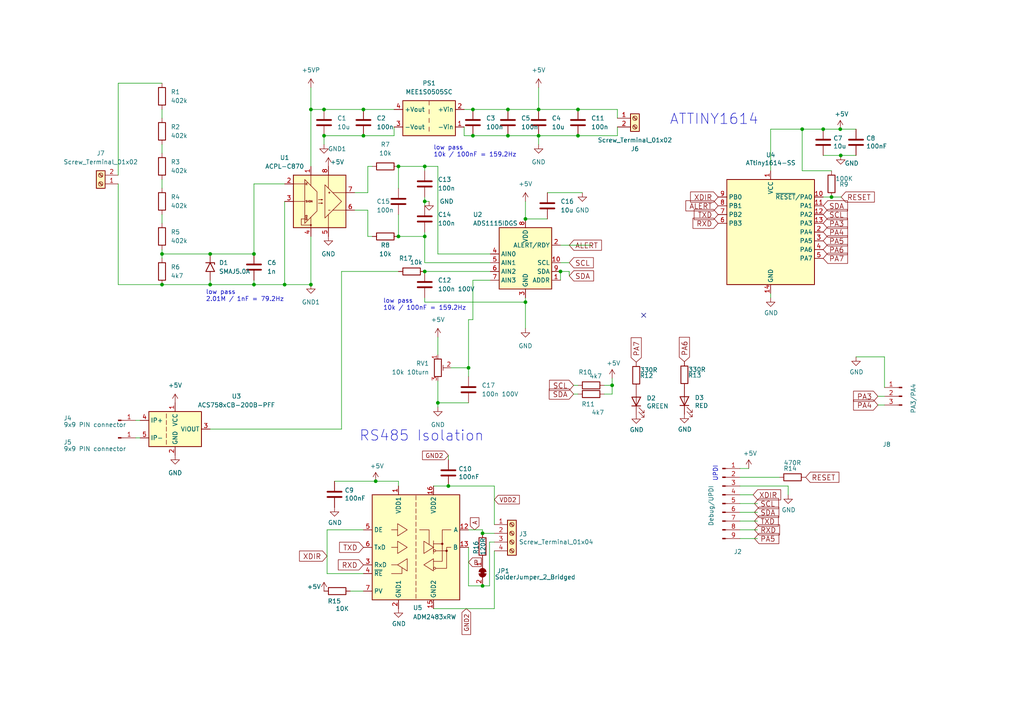
<source format=kicad_sch>
(kicad_sch (version 20230121) (generator eeschema)
  (paper "A4")
  (lib_symbols
    (symbol "Analog_ADC:ADS1115IDGS"
      (property "Reference" "U" (at 2.54 13.97 0))
      (property "Value" "ADS1115IDGS" (at 7.62 11.43 0))
      (symbol "ADS1115IDGS_1_1"
        (pin input line (at 10.16 -5.08 180) (length 2.54) (name "ADDR") (number "1"))
        (pin input line (at 10.16 0 180) (length 2.54) (name "SCL") (number "10"))
        (pin output line (at 10.16 5.08 180) (length 2.54) (name "ALERT/RDY") (number "2"))
        (pin power_in line (at 0 -10.16 90) (length 2.54) (name "GND") (number "3"))
        (pin input line (at -10.16 2.54 0) (length 2.54) (name "AIN0") (number "4"))
        (pin input line (at -10.16 0 0) (length 2.54) (name "AIN1") (number "5"))
        (pin input line (at -10.16 -2.54 0) (length 2.54) (name "AIN2") (number "6"))
        (pin input line (at -10.16 -5.08 0) (length 2.54) (name "AIN3") (number "7"))
        (pin power_in line (at 0 12.7 270) (length 2.54) (name "VDD") (number "8"))
        (pin bidirectional line (at 10.16 -2.54 180) (length 2.54) (name "SDA") (number "9"))
      )
    )
    (symbol "Connector:Conn_01x01_Pin" (pin_names (offset 1.016) hide)
      (property "Reference" "J" (at 0 2.54 0))
      (property "Value" "Conn_01x01_Pin" (at 0 -2.54 0))
      (symbol "Conn_01x01_Pin_1_1"
        (pin passive line (at 5.08 0 180) (length 3.81) (name "Pin_1") (number "1"))
      )
    )
    (symbol "Connector:Conn_01x03_Pin" (pin_names (offset 1.016) hide)
      (property "Reference" "J" (at 0 5.08 0))
      (property "Value" "Conn_01x03_Pin" (at 0 -5.08 0))
      (symbol "Conn_01x03_Pin_1_1"
        (pin passive line (at 5.08 2.54 180) (length 3.81) (name "Pin_1") (number "1"))
        (pin passive line (at 5.08 0 180) (length 3.81) (name "Pin_2") (number "2"))
        (pin passive line (at 5.08 -2.54 180) (length 3.81) (name "Pin_3") (number "3"))
      )
    )
    (symbol "Connector:Conn_01x09_Pin" (pin_names (offset 1.016) hide)
      (property "Reference" "J" (at 0 12.7 0))
      (property "Value" "Conn_01x09_Pin" (at 0 -12.7 0))
      (symbol "Conn_01x09_Pin_1_1"
        (pin passive line (at 5.08 10.16 180) (length 3.81) (name "Pin_1") (number "1"))
        (pin passive line (at 5.08 7.62 180) (length 3.81) (name "Pin_2") (number "2"))
        (pin passive line (at 5.08 5.08 180) (length 3.81) (name "Pin_3") (number "3"))
        (pin passive line (at 5.08 2.54 180) (length 3.81) (name "Pin_4") (number "4"))
        (pin passive line (at 5.08 0 180) (length 3.81) (name "Pin_5") (number "5"))
        (pin passive line (at 5.08 -2.54 180) (length 3.81) (name "Pin_6") (number "6"))
        (pin passive line (at 5.08 -5.08 180) (length 3.81) (name "Pin_7") (number "7"))
        (pin passive line (at 5.08 -7.62 180) (length 3.81) (name "Pin_8") (number "8"))
        (pin passive line (at 5.08 -10.16 180) (length 3.81) (name "Pin_9") (number "9"))
      )
    )
    (symbol "Connector:Screw_Terminal_01x02" (pin_names (offset 1.016) hide)
      (property "Reference" "J" (at 0 2.54 0))
      (property "Value" "Screw_Terminal_01x02" (at 0 -5.08 0))
      (symbol "Screw_Terminal_01x02_1_1"
        (pin passive line (at -5.08 0 0) (length 3.81) (name "Pin_1") (number "1"))
        (pin passive line (at -5.08 -2.54 0) (length 3.81) (name "Pin_2") (number "2"))
      )
    )
    (symbol "Connector:Screw_Terminal_01x04" (pin_names (offset 1.016) hide)
      (property "Reference" "J" (at 0 5.08 0))
      (property "Value" "Screw_Terminal_01x04" (at 0 -7.62 0))
      (symbol "Screw_Terminal_01x04_1_1"
        (pin passive line (at -5.08 2.54 0) (length 3.81) (name "Pin_1") (number "1"))
        (pin passive line (at -5.08 0 0) (length 3.81) (name "Pin_2") (number "2"))
        (pin passive line (at -5.08 -2.54 0) (length 3.81) (name "Pin_3") (number "3"))
        (pin passive line (at -5.08 -5.08 0) (length 3.81) (name "Pin_4") (number "4"))
      )
    )
    (symbol "Converter_DCDC:MEE1S0505SC"
      (property "Reference" "PS" (at -7.62 6.35 0))
      (property "Value" "MEE1S0505SC" (at 1.27 6.35 0))
      (symbol "MEE1S0505SC_0_0"
        (pin power_in line (at -10.16 -2.54 0) (length 2.54) (name "-Vin") (number "1"))
        (pin power_in line (at -10.16 2.54 0) (length 2.54) (name "+Vin") (number "2"))
        (pin power_out line (at 10.16 -2.54 180) (length 2.54) (name "-Vout") (number "3"))
        (pin power_out line (at 10.16 2.54 180) (length 2.54) (name "+Vout") (number "4"))
      )
    )
    (symbol "Device:C" (pin_numbers hide) (pin_names (offset 0.254))
      (property "Reference" "C" (at 0.635 2.54 0))
      (property "Value" "C" (at 0.635 -2.54 0))
      (symbol "C_1_1"
        (pin passive line (at 0 3.81 270) (length 2.794) (name "~") (number "1"))
        (pin passive line (at 0 -3.81 90) (length 2.794) (name "~") (number "2"))
      )
    )
    (symbol "Device:LED" (pin_numbers hide) (pin_names (offset 1.016) hide)
      (property "Reference" "D" (at 0 2.54 0))
      (property "Value" "LED" (at 0 -2.54 0))
      (symbol "LED_1_1"
        (pin passive line (at -3.81 0 0) (length 2.54) (name "K") (number "1"))
        (pin passive line (at 3.81 0 180) (length 2.54) (name "A") (number "2"))
      )
    )
    (symbol "Device:R" (pin_numbers hide) (pin_names (offset 0))
      (property "Reference" "R" (at 2.032 0 90))
      (property "Value" "R" (at 0 0 90))
      (symbol "R_1_1"
        (pin passive line (at 0 3.81 270) (length 1.27) (name "~") (number "1"))
        (pin passive line (at 0 -3.81 90) (length 1.27) (name "~") (number "2"))
      )
    )
    (symbol "Device:R_Potentiometer_Trim" (pin_names (offset 1.016) hide)
      (property "Reference" "RV" (at -4.445 0 90))
      (property "Value" "R_Potentiometer_Trim" (at -2.54 0 90))
      (symbol "R_Potentiometer_Trim_1_1"
        (pin passive line (at 0 3.81 270) (length 1.27) (name "1") (number "1"))
        (pin passive line (at 3.81 0 180) (length 1.27) (name "2") (number "2"))
        (pin passive line (at 0 -3.81 90) (length 1.27) (name "3") (number "3"))
      )
    )
    (symbol "Diode:SMAJ5.0A" (pin_numbers hide) (pin_names (offset 1.016) hide)
      (property "Reference" "D" (at 0 2.54 0))
      (property "Value" "SMAJ5.0A" (at 0 -2.54 0))
      (symbol "SMAJ5.0A_1_1"
        (pin passive line (at -3.81 0 0) (length 2.54) (name "A1") (number "1"))
        (pin passive line (at 3.81 0 180) (length 2.54) (name "A2") (number "2"))
      )
    )
    (symbol "Interface_UART:ADM2483xRW"
      (property "Reference" "U" (at -12.7 16.51 0))
      (property "Value" "ADM2483xRW" (at 6.35 16.51 0))
      (symbol "ADM2483xRW_1_1"
        (pin power_in line (at -5.08 17.78 270) (length 2.54) (name "VDD1") (number "1"))
        (pin no_connect line (at 7.62 -15.24 90) (length 2.54) hide (name "NC") (number "10"))
        (pin no_connect line (at 12.7 -7.62 180) (length 2.54) hide (name "NC") (number "11"))
        (pin bidirectional line (at 15.24 5.08 180) (length 2.54) (name "A") (number "12"))
        (pin bidirectional line (at 15.24 0 180) (length 2.54) (name "B") (number "13"))
        (pin no_connect line (at 12.7 7.62 180) (length 2.54) hide (name "NC") (number "14"))
        (pin power_in line (at 5.08 -17.78 90) (length 2.54) (name "GND2") (number "15"))
        (pin power_in line (at 5.08 17.78 270) (length 2.54) (name "VDD2") (number "16"))
        (pin power_in line (at -5.08 -17.78 90) (length 2.54) (name "GND1") (number "2"))
        (pin output line (at -15.24 -5.08 0) (length 2.54) (name "RxD") (number "3"))
        (pin input line (at -15.24 -7.62 0) (length 2.54) (name "~{RE}") (number "4"))
        (pin input line (at -15.24 5.08 0) (length 2.54) (name "DE") (number "5"))
        (pin input line (at -15.24 0 0) (length 2.54) (name "TxD") (number "6"))
        (pin input line (at -15.24 -12.7 0) (length 2.54) (name "PV") (number "7"))
        (pin passive line (at -5.08 -17.78 90) (length 2.54) hide (name "GND1") (number "8"))
        (pin passive line (at 5.08 -17.78 90) (length 2.54) hide (name "GND2") (number "9"))
      )
    )
    (symbol "Isolator_Analog:ACPL-C870" (pin_names (offset 0) hide)
      (property "Reference" "U" (at -5.08 10.795 0))
      (property "Value" "ACPL-C870" (at -5.08 8.89 0))
      (symbol "ACPL-C870_0_0"
        (text "GND" (at -3.81 -4.699 900) (effects (font (size 0.508 0.508))))
        (text "IN" (at -3.81 5.08 900) (effects (font (size 0.508 0.508))))
        (text "SHDN" (at -3.048 0 0) (effects (font (size 0.508 0.508))))
      )
      (symbol "ACPL-C870_1_1"
        (pin power_in line (at -2.54 10.16 270) (length 2.54) (name "VDD1") (number "1"))
        (pin input line (at -10.16 5.08 0) (length 2.54) (name "IN") (number "2"))
        (pin input line (at -10.16 0 0) (length 2.54) (name "IN-") (number "3"))
        (pin power_in line (at -2.54 -10.16 90) (length 2.54) (name "GND1") (number "4"))
        (pin power_in line (at 2.54 -10.16 90) (length 2.54) (name "GND2") (number "5"))
        (pin output line (at 10.16 -2.54 180) (length 2.54) (name "OUT-") (number "6"))
        (pin output line (at 10.16 2.54 180) (length 2.54) (name "OUT+") (number "7"))
        (pin power_in line (at 2.54 10.16 270) (length 2.54) (name "VDD2") (number "8"))
      )
    )
    (symbol "Jumper:SolderJumper_2_Bridged" (pin_names (offset 0) hide)
      (property "Reference" "JP" (at 0 2.032 0))
      (property "Value" "SolderJumper_2_Bridged" (at 0 -2.54 0))
      (symbol "SolderJumper_2_Bridged_1_1"
        (pin passive line (at -3.81 0 0) (length 2.54) (name "A") (number "1"))
        (pin passive line (at 3.81 0 180) (length 2.54) (name "B") (number "2"))
      )
    )
    (symbol "MCU_Microchip_ATtiny:ATtiny1614-SS"
      (property "Reference" "U" (at -12.7 16.51 0))
      (property "Value" "ATtiny1614-SS" (at 2.54 -16.51 0))
      (symbol "ATtiny1614-SS_1_1"
        (pin power_in line (at 0 17.78 270) (length 2.54) (name "VCC") (number "1"))
        (pin bidirectional line (at 15.24 10.16 180) (length 2.54) (name "~{RESET}/PA0") (number "10"))
        (pin bidirectional line (at 15.24 7.62 180) (length 2.54) (name "PA1") (number "11"))
        (pin bidirectional line (at 15.24 5.08 180) (length 2.54) (name "PA2") (number "12"))
        (pin bidirectional line (at 15.24 2.54 180) (length 2.54) (name "PA3") (number "13"))
        (pin power_in line (at 0 -17.78 90) (length 2.54) (name "GND") (number "14"))
        (pin bidirectional line (at 15.24 0 180) (length 2.54) (name "PA4") (number "2"))
        (pin bidirectional line (at 15.24 -2.54 180) (length 2.54) (name "PA5") (number "3"))
        (pin bidirectional line (at 15.24 -5.08 180) (length 2.54) (name "PA6") (number "4"))
        (pin bidirectional line (at 15.24 -7.62 180) (length 2.54) (name "PA7") (number "5"))
        (pin bidirectional line (at -15.24 2.54 0) (length 2.54) (name "PB3") (number "6"))
        (pin bidirectional line (at -15.24 5.08 0) (length 2.54) (name "PB2") (number "7"))
        (pin bidirectional line (at -15.24 7.62 0) (length 2.54) (name "PB1") (number "8"))
        (pin bidirectional line (at -15.24 10.16 0) (length 2.54) (name "PB0") (number "9"))
      )
    )
    (symbol "Sensor_Current:ACS758xCB-200B-PFF"
      (property "Reference" "U" (at -7.62 6.35 0))
      (property "Value" "ACS758xCB-200B-PFF" (at 2.54 6.35 0))
      (symbol "ACS758xCB-200B-PFF_1_1"
        (pin power_in line (at 0 7.62 270) (length 2.54) (name "VCC") (number "1"))
        (pin power_in line (at 0 -7.62 90) (length 2.54) (name "GND") (number "2"))
        (pin output line (at 10.16 0 180) (length 2.54) (name "VIOUT") (number "3"))
        (pin passive line (at -10.16 2.54 0) (length 2.54) (name "IP+") (number "4"))
        (pin passive line (at -10.16 -2.54 0) (length 2.54) (name "IP-") (number "5"))
      )
    )
    (symbol "power:+5V" (power) (pin_names (offset 0))
      (property "Value" "+5V" (at 0 3.556 0))
      (symbol "+5V_1_1"
        (pin power_in line (at 0 0 90) (length 0) hide (name "+5V") (number "1"))
      )
    )
    (symbol "power:+5VP" (power) (pin_names (offset 0))
      (property "Value" "+5VP" (at 0 3.556 0))
      (symbol "+5VP_1_1"
        (pin power_in line (at 0 0 90) (length 0) hide (name "+5VP") (number "1"))
      )
    )
    (symbol "power:GND" (power) (pin_names (offset 0))
      (property "Value" "GND" (at 0 -3.81 0))
      (symbol "GND_1_1"
        (pin power_in line (at 0 0 270) (length 0) hide (name "GND") (number "1"))
      )
    )
    (symbol "power:GND1" (power) (pin_names (offset 0))
      (property "Value" "GND1" (at 0 -3.81 0))
      (symbol "GND1_1_1"
        (pin power_in line (at 0 0 270) (length 0) hide (name "GND1") (number "1"))
      )
    )
  )
  (junction (at 147.32 31.75))
  (junction (at 152.4 87.63))
  (junction (at 127 116.84))
  (junction (at 162.56 78.74))
  (junction (at 115.57 48.26))
  (junction (at 167.64 31.75))
  (junction (at 46.99 73.66))
  (junction (at 93.98 39.37))
  (junction (at 123.19 48.26))
  (junction (at 60.96 73.66))
  (junction (at 90.17 82.55))
  (junction (at 123.19 68.58))
  (junction (at 82.55 82.55))
  (junction (at 60.96 82.55))
  (junction (at 177.546 111.76))
  (junction (at 167.64 39.37))
  (junction (at 243.84 45.085))
  (junction (at 241.173 57.15))
  (junction (at 73.66 73.66))
  (junction (at 156.21 39.37))
  (junction (at 243.713 37.465))
  (junction (at 147.32 39.37))
  (junction (at 156.21 31.75))
  (junction (at 238.76 37.465))
  (junction (at 135.89 106.68))
  (junction (at 46.99 82.55))
  (junction (at 139.954 154.686))
  (junction (at 137.16 39.37))
  (junction (at 73.66 82.55))
  (junction (at 130.048 140.97))
  (junction (at 115.57 68.58))
  (junction (at 108.966 139.573))
  (junction (at 232.664 37.465))
  (junction (at 152.4 63.5))
  (junction (at 139.954 169.926))
  (junction (at 90.17 31.75))
  (junction (at 105.41 31.75))
  (junction (at 137.16 31.75))
  (junction (at 105.41 39.37))
  (junction (at 123.19 58.42))
  (junction (at 123.19 78.74))
  (junction (at 93.98 31.75))
  (no_connect (at 186.69 91.44))
  (wire (pts (xy 46.99 62.23) (xy 46.99 64.77)))
  (wire (pts (xy 214.63 143.51) (xy 218.44 143.51)))
  (wire (pts (xy 127 116.84) (xy 127 118.11)))
  (wire (pts (xy 60.96 82.55) (xy 73.66 82.55)))
  (wire (pts (xy 152.4 86.36) (xy 152.4 87.63)))
  (wire (pts (xy 73.66 81.28) (xy 73.66 82.55)))
  (wire (pts (xy 106.68 48.26) (xy 106.68 55.88)))
  (wire (pts (xy 82.55 58.42) (xy 82.55 82.55)))
  (wire (pts (xy 130.048 140.97) (xy 143.383 140.97)))
  (wire (pts (xy 127 116.84) (xy 135.89 116.84)))
  (wire (pts (xy 238.76 45.085) (xy 243.84 45.085)))
  (wire (pts (xy 156.21 31.75) (xy 167.64 31.75)))
  (wire (pts (xy 114.3 36.83) (xy 114.3 39.37)))
  (wire (pts (xy 106.68 60.96) (xy 102.87 60.96)))
  (wire (pts (xy 152.4 58.42) (xy 152.4 63.5)))
  (wire (pts (xy 97.028 139.573) (xy 108.966 139.573)))
  (wire (pts (xy 162.56 76.2) (xy 165.1 76.2)))
  (wire (pts (xy 243.713 37.465) (xy 238.76 37.465)))
  (wire (pts (xy 73.66 73.66) (xy 73.66 53.34)))
  (wire (pts (xy 105.41 153.67) (xy 94.869 153.67)))
  (wire (pts (xy 105.41 39.37) (xy 93.98 39.37)))
  (wire (pts (xy 254.635 117.475) (xy 256.54 117.475)))
  (wire (pts (xy 39.37 127) (xy 40.64 127)))
  (wire (pts (xy 143.383 140.97) (xy 143.383 152.146)))
  (wire (pts (xy 46.99 72.39) (xy 46.99 73.66)))
  (wire (pts (xy 214.63 146.05) (xy 219.71 146.05)))
  (wire (pts (xy 46.99 31.75) (xy 46.99 34.29)))
  (wire (pts (xy 127 48.26) (xy 127 73.66)))
  (wire (pts (xy 228.6 143.51) (xy 228.6 140.97)))
  (wire (pts (xy 248.285 103.505) (xy 256.54 103.505)))
  (wire (pts (xy 46.99 52.07) (xy 46.99 54.61)))
  (wire (pts (xy 34.29 53.34) (xy 34.29 82.55)))
  (wire (pts (xy 152.4 87.63) (xy 152.4 95.25)))
  (wire (pts (xy 82.55 82.55) (xy 90.17 82.55)))
  (wire (pts (xy 162.56 78.74) (xy 162.56 81.28)))
  (wire (pts (xy 135.89 153.67) (xy 139.954 153.67)))
  (wire (pts (xy 127 73.66) (xy 142.24 73.66)))
  (wire (pts (xy 90.17 82.55) (xy 90.17 68.58)))
  (wire (pts (xy 135.89 106.68) (xy 135.89 92.71)))
  (wire (pts (xy 106.68 55.88) (xy 102.87 55.88)))
  (wire (pts (xy 123.19 67.31) (xy 123.19 68.58)))
  (wire (pts (xy 135.89 109.22) (xy 135.89 106.68)))
  (wire (pts (xy 115.57 62.23) (xy 115.57 68.58)))
  (wire (pts (xy 90.17 25.4) (xy 90.17 31.75)))
  (wire (pts (xy 243.84 45.085) (xy 248.285 45.085)))
  (wire (pts (xy 115.57 48.26) (xy 123.19 48.26)))
  (wire (pts (xy 127 97.79) (xy 127 102.87)))
  (wire (pts (xy 134.62 31.75) (xy 137.16 31.75)))
  (wire (pts (xy 214.63 148.59) (xy 219.71 148.59)))
  (wire (pts (xy 134.62 36.83) (xy 134.62 39.37)))
  (wire (pts (xy 123.19 49.53) (xy 123.19 48.26)))
  (wire (pts (xy 115.57 139.573) (xy 115.57 140.97)))
  (wire (pts (xy 90.17 31.75) (xy 90.17 48.26)))
  (wire (pts (xy 60.96 73.66) (xy 73.66 73.66)))
  (wire (pts (xy 127 110.49) (xy 127 116.84)))
  (wire (pts (xy 137.16 81.28) (xy 142.24 81.28)))
  (wire (pts (xy 158.75 55.88) (xy 168.91 55.88)))
  (wire (pts (xy 130.81 106.68) (xy 135.89 106.68)))
  (wire (pts (xy 141.986 169.926) (xy 141.986 157.226)))
  (wire (pts (xy 223.52 37.465) (xy 232.664 37.465)))
  (wire (pts (xy 143.383 159.766) (xy 143.383 176.53)))
  (wire (pts (xy 93.98 39.37) (xy 93.98 41.91)))
  (wire (pts (xy 73.66 82.55) (xy 82.55 82.55)))
  (wire (pts (xy 73.66 53.34) (xy 82.55 53.34)))
  (wire (pts (xy 123.19 57.15) (xy 123.19 58.42)))
  (wire (pts (xy 214.63 135.89) (xy 217.17 135.89)))
  (wire (pts (xy 137.16 31.75) (xy 147.32 31.75)))
  (wire (pts (xy 135.89 169.926) (xy 139.954 169.926)))
  (wire (pts (xy 179.07 36.83) (xy 179.07 39.37)))
  (wire (pts (xy 179.07 34.29) (xy 179.07 31.75)))
  (wire (pts (xy 167.64 39.37) (xy 179.07 39.37)))
  (wire (pts (xy 166.37 111.76) (xy 167.64 111.76)))
  (wire (pts (xy 34.29 24.13) (xy 46.99 24.13)))
  (wire (pts (xy 106.68 48.26) (xy 107.95 48.26)))
  (wire (pts (xy 248.285 37.465) (xy 243.713 37.465)))
  (wire (pts (xy 90.17 31.75) (xy 93.98 31.75)))
  (wire (pts (xy 123.19 58.42) (xy 124.46 58.42)))
  (wire (pts (xy 147.32 39.37) (xy 156.21 39.37)))
  (wire (pts (xy 214.63 153.67) (xy 219.71 153.67)))
  (wire (pts (xy 165.1 78.74) (xy 165.1 80.01)))
  (wire (pts (xy 254.635 114.935) (xy 256.54 114.935)))
  (wire (pts (xy 46.99 73.66) (xy 46.99 74.93)))
  (wire (pts (xy 214.63 151.13) (xy 219.71 151.13)))
  (wire (pts (xy 223.52 37.465) (xy 223.52 49.53)))
  (wire (pts (xy 123.19 87.63) (xy 152.4 87.63)))
  (wire (pts (xy 167.64 114.3) (xy 166.37 114.3)))
  (wire (pts (xy 137.16 39.37) (xy 147.32 39.37)))
  (wire (pts (xy 106.68 68.58) (xy 107.95 68.58)))
  (wire (pts (xy 156.21 39.37) (xy 167.64 39.37)))
  (wire (pts (xy 123.19 78.74) (xy 142.24 78.74)))
  (wire (pts (xy 177.546 111.76) (xy 177.546 109.728)))
  (wire (pts (xy 139.954 154.686) (xy 143.383 154.686)))
  (wire (pts (xy 156.21 31.75) (xy 156.21 25.4)))
  (wire (pts (xy 94.869 153.67) (xy 94.869 166.37)))
  (wire (pts (xy 232.664 37.465) (xy 238.76 37.465)))
  (wire (pts (xy 99.06 124.46) (xy 60.96 124.46)))
  (wire (pts (xy 34.29 24.13) (xy 34.29 50.8)))
  (wire (pts (xy 46.99 82.55) (xy 34.29 82.55)))
  (wire (pts (xy 115.57 48.26) (xy 115.57 54.61)))
  (wire (pts (xy 99.06 78.74) (xy 99.06 124.46)))
  (wire (pts (xy 123.19 58.42) (xy 123.19 59.69)))
  (wire (pts (xy 105.41 39.37) (xy 114.3 39.37)))
  (wire (pts (xy 223.52 86.36) (xy 223.52 85.09)))
  (wire (pts (xy 123.19 86.36) (xy 123.19 87.63)))
  (wire (pts (xy 135.89 92.71) (xy 137.16 92.71)))
  (wire (pts (xy 139.954 153.67) (xy 139.954 154.686)))
  (wire (pts (xy 125.73 140.97) (xy 130.048 140.97)))
  (wire (pts (xy 46.99 73.66) (xy 60.96 73.66)))
  (wire (pts (xy 175.26 114.3) (xy 177.546 114.3)))
  (wire (pts (xy 162.56 78.74) (xy 165.1 78.74)))
  (wire (pts (xy 162.56 71.12) (xy 171.45 71.12)))
  (wire (pts (xy 115.57 68.58) (xy 123.19 68.58)))
  (wire (pts (xy 139.954 169.926) (xy 141.986 169.926)))
  (wire (pts (xy 167.64 31.75) (xy 179.07 31.75)))
  (wire (pts (xy 101.6 171.45) (xy 105.41 171.45)))
  (wire (pts (xy 135.89 158.75) (xy 135.89 169.926)))
  (wire (pts (xy 141.986 157.226) (xy 143.383 157.226)))
  (wire (pts (xy 152.4 63.5) (xy 158.75 63.5)))
  (wire (pts (xy 214.63 140.97) (xy 228.6 140.97)))
  (wire (pts (xy 115.57 78.74) (xy 99.06 78.74)))
  (wire (pts (xy 214.63 138.43) (xy 226.06 138.43)))
  (wire (pts (xy 46.99 41.91) (xy 46.99 44.45)))
  (wire (pts (xy 256.54 103.505) (xy 256.54 112.395)))
  (wire (pts (xy 123.19 48.26) (xy 127 48.26)))
  (wire (pts (xy 177.546 114.3) (xy 177.546 111.76)))
  (wire (pts (xy 123.19 68.58) (xy 123.19 76.2)))
  (wire (pts (xy 143.383 176.53) (xy 125.73 176.53)))
  (wire (pts (xy 147.32 31.75) (xy 156.21 31.75)))
  (wire (pts (xy 94.869 166.37) (xy 105.41 166.37)))
  (wire (pts (xy 241.173 57.15) (xy 243.967 57.15)))
  (wire (pts (xy 238.76 57.15) (xy 241.173 57.15)))
  (wire (pts (xy 108.966 139.573) (xy 115.57 139.573)))
  (wire (pts (xy 123.19 76.2) (xy 142.24 76.2)))
  (wire (pts (xy 175.26 111.76) (xy 177.546 111.76)))
  (wire (pts (xy 46.99 82.55) (xy 60.96 82.55)))
  (wire (pts (xy 60.96 81.28) (xy 60.96 82.55)))
  (wire (pts (xy 214.63 156.21) (xy 219.71 156.21)))
  (wire (pts (xy 232.664 49.53) (xy 241.173 49.53)))
  (wire (pts (xy 130.048 132.08) (xy 130.048 133.35)))
  (wire (pts (xy 232.664 37.465) (xy 232.664 49.53)))
  (wire (pts (xy 105.41 31.75) (xy 114.3 31.75)))
  (wire (pts (xy 93.98 31.75) (xy 105.41 31.75)))
  (wire (pts (xy 156.21 39.37) (xy 156.21 41.91)))
  (wire (pts (xy 106.68 68.58) (xy 106.68 60.96)))
  (wire (pts (xy 39.37 121.92) (xy 40.64 121.92)))
  (wire (pts (xy 134.62 39.37) (xy 137.16 39.37)))
  (wire (pts (xy 137.16 92.71) (xy 137.16 81.28)))
  (text "low pass\n10k / 100nF = 159.2Hz" (at 125.73 45.72 0) (effects (font (size 1.27 1.27)) (justify left bottom)))
  (text "RS485 Isolation" (at 104.14 128.27 0) (effects (font (size 2.9972 2.9972)) (justify left bottom)))
  (text "ATTINY1614" (at 194.183 36.449 0) (effects (font (size 2.9972 2.9972)) (justify left bottom)))
  (text "low pass\n10k / 100nF = 159.2Hz" (at 111.125 90.17 0) (effects (font (size 1.27 1.27)) (justify left bottom)))
  (text "UPDI" (at 208.28 139.7 90) (effects (font (size 1.27 1.27)) (justify left bottom)))
  (text "low pass\n2.01M / 1nF = 79.2Hz" (at 59.69 87.63 0) (effects (font (size 1.27 1.27)) (justify left bottom)))
  (global_label "A" (shape input) (at 137.668 153.67 90) (property "Intersheetrefs" "${INTERSHEET_REFS}" (effects hide)))
  (global_label "GND2" (shape input) (at 135.255 176.53 270) (property "Intersheetrefs" "${INTERSHEET_REFS}" (effects hide)))
  (global_label "PA3" (shape input) (at 254.635 114.935 180) (effects (font (size 1.4986 1.4986))) (property "Intersheetrefs" "${INTERSHEET_REFS}" (effects hide)))
  (global_label "PA5" (shape input) (at 218.821 156.21 0) (effects (font (size 1.4986 1.4986))) (property "Intersheetrefs" "${INTERSHEET_REFS}" (effects hide)))
  (global_label "PA5" (shape input) (at 238.76 69.85 0) (effects (font (size 1.4986 1.4986))) (property "Intersheetrefs" "${INTERSHEET_REFS}" (effects hide)))
  (global_label "RXD" (shape input) (at 208.28 64.77 180) (effects (font (size 1.4986 1.4986))) (property "Intersheetrefs" "${INTERSHEET_REFS}" (effects hide)))
  (global_label "TXD" (shape input) (at 208.28 62.23 180) (effects (font (size 1.4986 1.4986))) (property "Intersheetrefs" "${INTERSHEET_REFS}" (effects hide)))
  (global_label "XDIR" (shape input) (at 208.28 57.15 180) (effects (font (size 1.4986 1.4986))) (property "Intersheetrefs" "${INTERSHEET_REFS}" (effects hide)))
  (global_label "RESET" (shape input) (at 243.967 57.15 0) (effects (font (size 1.4986 1.4986))) (property "Intersheetrefs" "${INTERSHEET_REFS}" (effects hide)))
  (global_label "SCL" (shape input) (at 166.37 111.76 180) (effects (font (size 1.4986 1.4986))) (property "Intersheetrefs" "${INTERSHEET_REFS}" (effects hide)))
  (global_label "B" (shape input) (at 135.89 163.068 0) (property "Intersheetrefs" "${INTERSHEET_REFS}" (effects hide)))
  (global_label "PA6" (shape input) (at 198.501 104.902 90) (effects (font (size 1.4986 1.4986))) (property "Intersheetrefs" "${INTERSHEET_REFS}" (effects hide)))
  (global_label "PA7" (shape input) (at 238.76 74.93 0) (effects (font (size 1.4986 1.4986))) (property "Intersheetrefs" "${INTERSHEET_REFS}" (effects hide)))
  (global_label "TXD" (shape input) (at 218.821 151.13 0) (effects (font (size 1.4986 1.4986))) (property "Intersheetrefs" "${INTERSHEET_REFS}" (effects hide)))
  (global_label "PA4" (shape input) (at 238.76 67.31 0) (effects (font (size 1.4986 1.4986))) (property "Intersheetrefs" "${INTERSHEET_REFS}" (effects hide)))
  (global_label "PA7" (shape input) (at 184.531 105.029 90) (effects (font (size 1.4986 1.4986))) (property "Intersheetrefs" "${INTERSHEET_REFS}" (effects hide)))
  (global_label "XDIR" (shape input) (at 218.44 143.51 0) (effects (font (size 1.4986 1.4986))) (property "Intersheetrefs" "${INTERSHEET_REFS}" (effects hide)))
  (global_label "SCL" (shape input) (at 238.76 62.23 0) (effects (font (size 1.4986 1.4986))) (property "Intersheetrefs" "${INTERSHEET_REFS}" (effects hide)))
  (global_label "RXD" (shape input) (at 218.821 153.67 0) (effects (font (size 1.4986 1.4986))) (property "Intersheetrefs" "${INTERSHEET_REFS}" (effects hide)))
  (global_label "PA4" (shape input) (at 254.635 117.475 180) (effects (font (size 1.4986 1.4986))) (property "Intersheetrefs" "${INTERSHEET_REFS}" (effects hide)))
  (global_label "VDD2" (shape input) (at 143.383 144.907 0) (property "Intersheetrefs" "${INTERSHEET_REFS}" (effects hide)))
  (global_label "SCL" (shape input) (at 165.1 76.2 0) (effects (font (size 1.4986 1.4986))) (property "Intersheetrefs" "${INTERSHEET_REFS}" (effects hide)))
  (global_label "PA3" (shape input) (at 238.76 64.77 0) (effects (font (size 1.4986 1.4986))) (property "Intersheetrefs" "${INTERSHEET_REFS}" (effects hide)))
  (global_label "SDA" (shape input) (at 238.76 59.69 0) (effects (font (size 1.4986 1.4986))) (property "Intersheetrefs" "${INTERSHEET_REFS}" (effects hide)))
  (global_label "GND2" (shape input) (at 130.048 132.08 180) (property "Intersheetrefs" "${INTERSHEET_REFS}" (effects hide)))
  (global_label "XDIR" (shape input) (at 94.869 161.29 180) (effects (font (size 1.4986 1.4986))) (property "Intersheetrefs" "${INTERSHEET_REFS}" (effects hide)))
  (global_label "SCL" (shape input) (at 218.821 146.05 0) (effects (font (size 1.4986 1.4986))) (property "Intersheetrefs" "${INTERSHEET_REFS}" (effects hide)))
  (global_label "RXD" (shape input) (at 105.41 163.83 180) (effects (font (size 1.4986 1.4986))) (property "Intersheetrefs" "${INTERSHEET_REFS}" (effects hide)))
  (global_label "RESET" (shape input) (at 233.68 138.43 0) (effects (font (size 1.4986 1.4986))) (property "Intersheetrefs" "${INTERSHEET_REFS}" (effects hide)))
  (global_label "ALERT" (shape input) (at 208.28 59.69 180) (effects (font (size 1.4986 1.4986))) (property "Intersheetrefs" "${INTERSHEET_REFS}" (effects hide)))
  (global_label "PA6" (shape input) (at 238.76 72.39 0) (effects (font (size 1.4986 1.4986))) (property "Intersheetrefs" "${INTERSHEET_REFS}" (effects hide)))
  (global_label "ALERT" (shape input) (at 165.1 71.12 0) (effects (font (size 1.4986 1.4986))) (property "Intersheetrefs" "${INTERSHEET_REFS}" (effects hide)))
  (global_label "SDA" (shape input) (at 166.37 114.3 180) (effects (font (size 1.4986 1.4986))) (property "Intersheetrefs" "${INTERSHEET_REFS}" (effects hide)))
  (global_label "TXD" (shape input) (at 105.41 158.75 180) (effects (font (size 1.4986 1.4986))) (property "Intersheetrefs" "${INTERSHEET_REFS}" (effects hide)))
  (global_label "SDA" (shape input) (at 218.821 148.59 0) (effects (font (size 1.4986 1.4986))) (property "Intersheetrefs" "${INTERSHEET_REFS}" (effects hide)))
  (global_label "SDA" (shape input) (at 165.1 80.01 0) (effects (font (size 1.4986 1.4986))) (property "Intersheetrefs" "${INTERSHEET_REFS}" (effects hide)))
  (symbol (lib_id "Device:C") (at 248.285 41.275 0) (unit 1)
    (property "Reference" "C8" (at 251.206 40.1066 0) (effects (justify left)))
    (property "Value" "100nF" (at 251.206 42.418 0) (effects (justify left)))
    (property "Footprint" "Capacitor_SMD:C_0805_2012Metric" (effects hide))
    (property "LCSCStockCode" "C49678" (effects hide))
    (property "PartNumber" "CC0805KRX7R9BB104" (effects hide))
  )
  (symbol (lib_id "Device:C") (at 105.41 35.56 0) (unit 1)
    (property "Reference" "C2" (at 109.22 34.29 0) (effects (justify left)))
    (property "Value" "100n" (at 109.22 36.83 0) (effects (justify left)))
    (property "Footprint" "Capacitor_SMD:C_0805_2012Metric" (effects hide))
  )
  (symbol (lib_id "Device:R") (at 139.954 158.496 180) (unit 1)
    (property "Reference" "R16" (at 138.049 156.845 90) (effects (justify left)))
    (property "Value" "120R" (at 140.081 155.956 90) (effects (justify left)))
    (property "Footprint" "Resistor_SMD:R_0805_2012Metric" (effects hide))
    (property "LCSCStockCode" "C17437" (effects hide))
    (property "PartNumber" "0805W8F1200T5E" (effects hide))
  )
  (symbol (lib_id "Device:C") (at 123.19 82.55 0) (unit 1)
    (property "Reference" "C12" (at 127 81.28 0) (effects (justify left)))
    (property "Value" "100n 100V" (at 127 83.82 0) (effects (justify left)))
    (property "Footprint" "Capacitor_SMD:C_0805_2012Metric" (effects hide))
  )
  (symbol (lib_id "Isolator_Analog:ACPL-C870") (at 92.71 58.42 0) (unit 1)
    (property "Reference" "U1" (at 82.55 45.72 0))
    (property "Value" "ACPL-C870" (at 82.55 48.26 0))
    (property "Footprint" "Package_SO:SSO-8_6.8x5.9mm_P1.27mm_Clearance8mm" (effects hide))
    (property "Datasheet" "www.avagotech.com/docs/AV02-3563EN" (effects hide))
  )
  (symbol (lib_id "Device:R") (at 111.76 68.58 90) (unit 1)
    (property "Reference" "R8" (at 111.76 71.12 90))
    (property "Value" "10k" (at 111.76 73.66 90))
    (property "Footprint" "Resistor_SMD:R_0805_2012Metric" (effects hide))
  )
  (symbol (lib_id "Device:R") (at 46.99 27.94 0) (unit 1)
    (property "Reference" "R1" (at 49.53 26.67 0) (effects (justify left)))
    (property "Value" "402k" (at 49.53 29.21 0) (effects (justify left)))
    (property "Footprint" "PP:PP | R_MELF_MMB-0207 | 0805 Compatible" (effects hide))
  )
  (symbol (lib_id "power:GND") (at 127 118.11 0) (unit 1)
    (property "Reference" "#PWR027" (effects hide))
    (property "Value" "GND" (at 127 123.19 0))
  )
  (symbol (lib_id "MCU_Microchip_ATtiny:ATtiny1614-SS") (at 223.52 67.31 0) (unit 1)
    (property "Reference" "U4" (at 223.52 44.9326 0))
    (property "Value" "ATtiny1614-SS" (at 223.52 47.244 0))
    (property "Footprint" "Package_SO:SOIC-14_3.9x8.7mm_P1.27mm" (effects hide))
    (property "Datasheet" "http://ww1.microchip.com/downloads/en/DeviceDoc/ATtiny1614-data-sheet-40001995A.pdf" (effects hide))
    (property "PartNumber" "ATTINY1614-SSNR" (effects hide))
    (property "LCSCStockCode" "C481364" (effects hide))
  )
  (symbol (lib_id "power:GND1") (at 90.17 82.55 0) (unit 1)
    (property "Reference" "#PWR01" (effects hide))
    (property "Value" "GND1" (at 90.17 87.63 0))
  )
  (symbol (lib_id "power:GND") (at 50.8 132.08 0) (unit 1)
    (property "Reference" "#PWR024" (effects hide))
    (property "Value" "GND" (at 50.8 137.16 0))
  )
  (symbol (lib_id "power:GND") (at 95.25 68.58 0) (unit 1)
    (property "Reference" "#PWR09" (effects hide))
    (property "Value" "GND" (at 95.25 73.66 0))
  )
  (symbol (lib_id "Device:R") (at 241.173 53.34 180) (unit 1)
    (property "Reference" "R9" (at 246.126 53.467 0) (effects (justify left)))
    (property "Value" "100K" (at 247.396 51.816 0) (effects (justify left)))
    (property "Footprint" "Resistor_SMD:R_0805_2012Metric" (effects hide))
    (property "LCSCStockCode" "C17407" (effects hide))
    (property "PartNumber" "0805W8F1003T5E" (effects hide))
  )
  (symbol (lib_id "Converter_DCDC:MEE1S0505SC") (at 124.46 34.29 0) (mirror y) (unit 1)
    (property "Reference" "PS1" (at 124.46 24.13 0))
    (property "Value" "MEE1S0505SC" (at 124.46 26.67 0))
    (property "Footprint" "Converter_DCDC:Converter_DCDC_Murata_MEE1SxxxxSC_THT" (effects hide))
    (property "Datasheet" "https://power.murata.com/pub/data/power/ncl/kdc_mee1.pdf" (effects hide))
  )
  (symbol (lib_id "Device:C") (at 130.048 137.16 0) (unit 1)
    (property "Reference" "C10" (at 132.969 135.9916 0) (effects (justify left)))
    (property "Value" "100nF" (at 132.969 138.303 0) (effects (justify left)))
    (property "Footprint" "Capacitor_SMD:C_0805_2012Metric" (effects hide))
    (property "LCSCStockCode" "C49678" (effects hide))
    (property "PartNumber" "CC0805KRX7R9BB104" (effects hide))
  )
  (symbol (lib_id "Device:C") (at 123.19 63.5 180) (unit 1)
    (property "Reference" "C14" (at 127 62.23 0) (effects (justify right)))
    (property "Value" "100n" (at 127 64.77 0) (effects (justify right)))
    (property "Footprint" "Capacitor_SMD:C_0805_2012Metric" (effects hide))
  )
  (symbol (lib_id "power:+5V") (at 127 97.79 0) (unit 1)
    (property "Reference" "#PWR028" (effects hide))
    (property "Value" "+5V" (at 127 92.71 0))
  )
  (symbol (lib_id "power:GND") (at 168.91 55.88 0) (unit 1)
    (property "Reference" "#PWR025" (effects hide))
    (property "Value" "GND" (at 168.91 60.96 0))
  )
  (symbol (lib_id "Device:C") (at 97.028 143.383 0) (unit 1)
    (property "Reference" "C9" (at 99.949 142.2146 0) (effects (justify left)))
    (property "Value" "100nF" (at 99.949 144.526 0) (effects (justify left)))
    (property "Footprint" "Capacitor_SMD:C_0805_2012Metric" (effects hide))
    (property "LCSCStockCode" "C49678" (effects hide))
    (property "PartNumber" "CC0805KRX7R9BB104" (effects hide))
  )
  (symbol (lib_id "Device:C") (at 135.89 113.03 0) (unit 1)
    (property "Reference" "C17" (at 139.7 111.76 0) (effects (justify left)))
    (property "Value" "100n 100V" (at 139.7 114.3 0) (effects (justify left)))
    (property "Footprint" "Capacitor_SMD:C_0805_2012Metric" (effects hide))
  )
  (symbol (lib_id "Device:R") (at 46.99 58.42 0) (unit 1)
    (property "Reference" "R4" (at 49.53 57.15 0) (effects (justify left)))
    (property "Value" "402k" (at 49.53 59.69 0) (effects (justify left)))
    (property "Footprint" "PP:PP | R_MELF_MMB-0207 | 0805 Compatible" (effects hide))
  )
  (symbol (lib_id "power:+5V") (at 156.21 25.4 0) (unit 1)
    (property "Reference" "#PWR04" (effects hide))
    (property "Value" "+5V" (at 156.21 20.32 0))
  )
  (symbol (lib_id "Connector:Screw_Terminal_01x04") (at 148.463 154.686 0) (unit 1)
    (property "Reference" "J3" (at 150.495 154.8892 0) (effects (justify left)))
    (property "Value" "Screw_Terminal_01x04" (at 150.495 157.2006 0) (effects (justify left)))
    (property "Footprint" "TerminalBlock_MetzConnect:TerminalBlock_MetzConnect_Type086_RT03404HBLC_1x04_P3.81mm_Horizontal" (effects hide))
    (property "LCSCStockCode" "C395880" (effects hide))
  )
  (symbol (lib_id "power:GND1") (at 93.98 41.91 0) (unit 1)
    (property "Reference" "#PWR03" (effects hide))
    (property "Value" "GND1" (at 97.79 43.18 0))
  )
  (symbol (lib_id "Analog_ADC:ADS1115IDGS") (at 152.4 76.2 0) (unit 1)
    (property "Reference" "U2" (at 137.16 62.23 0) (effects (justify left)))
    (property "Value" "ADS1115IDGS" (at 137.16 64.77 0) (effects (justify left)))
    (property "Footprint" "Package_SO:TSSOP-10_3x3mm_P0.5mm" (effects hide))
    (property "Datasheet" "http://www.ti.com/lit/ds/symlink/ads1113.pdf" (effects hide))
  )
  (symbol (lib_id "power:GND") (at 156.21 41.91 0) (unit 1)
    (property "Reference" "#PWR05" (effects hide))
    (property "Value" "GND" (at 156.21 46.99 0))
  )
  (symbol (lib_id "Device:LED") (at 198.501 116.332 90) (unit 1)
    (property "Reference" "D3" (at 201.4982 115.3414 90) (effects (justify right)))
    (property "Value" "RED" (at 201.4982 117.6528 90) (effects (justify right)))
    (property "Footprint" "LED_SMD:LED_0805_2012Metric" (effects hide))
    (property "LCSCStockCode" "C84256" (effects hide))
  )
  (symbol (lib_id "Device:R") (at 229.87 138.43 90) (unit 1)
    (property "Reference" "R14" (at 231.14 135.89 90) (effects (justify left)))
    (property "Value" "470R" (at 232.41 134.239 90) (effects (justify left)))
    (property "Footprint" "Resistor_SMD:R_0805_2012Metric" (effects hide))
    (property "LCSCStockCode" "C17710" (effects hide))
    (property "PartNumber" "0805W8F4700T5E" (effects hide))
  )
  (symbol (lib_id "power:+5V") (at 95.25 48.26 0) (unit 1)
    (property "Reference" "#PWR08" (effects hide))
    (property "Value" "+5V" (at 97.79 46.99 0))
  )
  (symbol (lib_id "power:GND") (at 243.84 45.085 0) (unit 1)
    (property "Reference" "#PWR012" (effects hide))
    (property "Value" "GND" (at 247.015 47.371 0))
  )
  (symbol (lib_id "Device:R") (at 111.76 48.26 90) (unit 1)
    (property "Reference" "R7" (at 111.76 41.91 90))
    (property "Value" "10k" (at 111.76 44.45 90))
    (property "Footprint" "Resistor_SMD:R_0805_2012Metric" (effects hide))
  )
  (symbol (lib_id "Connector:Conn_01x01_Pin") (at 34.29 121.92 0) (mirror x) (unit 1)
    (property "Reference" "J4" (at 18.415 121.285 0) (effects (justify left)))
    (property "Value" "9x9 PIN connector" (at 18.415 123.19 0) (effects (justify left)))
    (property "Footprint" "TerminalBlock_Wuerth:Wuerth_REDCUBE-THR_WP-THRBU_74650194_THR" (effects hide))
  )
  (symbol (lib_id "Connector:Screw_Terminal_01x02") (at 184.15 34.29 0) (unit 1)
    (property "Reference" "J6" (at 184.15 43.18 0))
    (property "Value" "Screw_Terminal_01x02" (at 184.15 40.64 0))
    (property "Footprint" "TerminalBlock:TerminalBlock_bornier-2_P5.08mm" (effects hide))
  )
  (symbol (lib_id "power:+5VP") (at 90.17 25.4 0) (unit 1)
    (property "Reference" "#PWR02" (effects hide))
    (property "Value" "+5VP" (at 90.17 20.32 0))
  )
  (symbol (lib_id "Device:R") (at 171.45 114.3 270) (unit 1)
    (property "Reference" "R11" (at 168.656 117.221 90) (effects (justify left)))
    (property "Value" "4k7" (at 171.577 119.634 90) (effects (justify left)))
    (property "Footprint" "Resistor_SMD:R_0805_2012Metric" (effects hide))
    (property "LCSCStockCode" "C17673" (effects hide))
    (property "PartNumber" "0805W8F4701T5E" (effects hide))
  )
  (symbol (lib_id "Device:C") (at 73.66 77.47 0) (unit 1)
    (property "Reference" "C6" (at 77.47 76.2 0) (effects (justify left)))
    (property "Value" "1n" (at 77.47 78.74 0) (effects (justify left)))
    (property "Footprint" "Capacitor_SMD:C_0805_2012Metric" (effects hide))
  )
  (symbol (lib_id "Sensor_Current:ACS758xCB-200B-PFF") (at 50.8 124.46 0) (unit 1)
    (property "Reference" "U3" (at 68.58 114.935 0))
    (property "Value" "ACS758xCB-200B-PFF" (at 68.58 117.475 0))
    (property "Footprint" "Sensor_Current:Allegro_CB_PFF" (effects hide))
    (property "Datasheet" "http://www.allegromicro.com/~/media/Files/Datasheets/ACS758-Datasheet.ashx?la=en" (effects hide))
  )
  (symbol (lib_id "power:+5V") (at 217.17 135.89 0) (unit 1)
    (property "Reference" "#PWR016" (effects hide))
    (property "Value" "+5V" (at 217.551 131.4958 0))
  )
  (symbol (lib_id "Device:R") (at 198.501 108.712 180) (unit 1)
    (property "Reference" "R13" (at 203.454 108.839 0) (effects (justify left)))
    (property "Value" "330R" (at 204.724 107.188 0) (effects (justify left)))
    (property "Footprint" "Resistor_SMD:R_0805_2012Metric" (effects hide))
    (property "LCSCStockCode" "C17630" (effects hide))
    (property "PartNumber" "0805W8F3300T5E" (effects hide))
  )
  (symbol (lib_id "Connector:Conn_01x01_Pin") (at 34.29 127 0) (mirror x) (unit 1)
    (property "Reference" "J5" (at 18.415 128.27 0) (effects (justify left)))
    (property "Value" "9x9 PIN connector" (at 18.415 130.175 0) (effects (justify left)))
    (property "Footprint" "TerminalBlock_Wuerth:Wuerth_REDCUBE-THR_WP-THRBU_74650194_THR" (effects hide))
  )
  (symbol (lib_id "power:GND") (at 198.501 120.142 0) (unit 1)
    (property "Reference" "#PWR015" (effects hide))
    (property "Value" "GND" (at 198.628 124.5362 0))
  )
  (symbol (lib_id "Device:R") (at 97.79 171.45 90) (unit 1)
    (property "Reference" "R15" (at 98.933 174.371 90) (effects (justify left)))
    (property "Value" "10K" (at 101.219 176.53 90) (effects (justify left)))
    (property "Footprint" "Resistor_SMD:R_0805_2012Metric" (effects hide))
    (property "LCSCStockCode" "C17414" (effects hide))
    (property "PartNumber" "0805W8F1002T5E" (effects hide))
  )
  (symbol (lib_id "power:GND") (at 124.46 58.42 0) (unit 1)
    (property "Reference" "#PWR026" (effects hide))
    (property "Value" "GND" (at 129.54 58.42 0))
  )
  (symbol (lib_id "Device:R_Potentiometer_Trim") (at 127 106.68 0) (unit 1)
    (property "Reference" "RV1" (at 124.46 105.41 0) (effects (justify right)))
    (property "Value" "10k 10turn" (at 124.46 107.95 0) (effects (justify right)))
    (property "Footprint" "Potentiometer_THT:Potentiometer_Bourns_3299W_Vertical" (effects hide))
  )
  (symbol (lib_id "power:GND") (at 228.6 143.51 0) (unit 1)
    (property "Reference" "#PWR017" (effects hide))
    (property "Value" "GND" (at 228.727 147.9042 0))
  )
  (symbol (lib_id "Device:LED") (at 184.531 116.459 90) (unit 1)
    (property "Reference" "D2" (at 187.5282 115.4684 90) (effects (justify right)))
    (property "Value" "GREEN" (at 187.5282 117.7798 90) (effects (justify right)))
    (property "Footprint" "LED_SMD:LED_0805_2012Metric" (effects hide))
    (property "LCSCStockCode" "C2297" (effects hide))
  )
  (symbol (lib_id "Device:R") (at 46.99 48.26 0) (unit 1)
    (property "Reference" "R3" (at 49.53 46.99 0) (effects (justify left)))
    (property "Value" "402k" (at 49.53 49.53 0) (effects (justify left)))
    (property "Footprint" "PP:PP | R_MELF_MMB-0207 | 0805 Compatible" (effects hide))
  )
  (symbol (lib_id "Device:C") (at 137.16 35.56 0) (unit 1)
    (property "Reference" "C3" (at 140.97 34.29 0) (effects (justify left)))
    (property "Value" "100n" (at 140.97 36.83 0) (effects (justify left)))
    (property "Footprint" "Capacitor_SMD:C_0805_2012Metric" (effects hide))
  )
  (symbol (lib_id "Device:C") (at 147.32 35.56 0) (unit 1)
    (property "Reference" "C5" (at 151.13 34.29 0) (effects (justify left)))
    (property "Value" "100n" (at 151.13 36.83 0) (effects (justify left)))
    (property "Footprint" "Capacitor_SMD:C_0805_2012Metric" (effects hide))
  )
  (symbol (lib_id "Device:R") (at 46.99 78.74 0) (unit 1)
    (property "Reference" "R6" (at 49.53 77.47 0) (effects (justify left)))
    (property "Value" "4k7" (at 49.53 80.01 0) (effects (justify left)))
    (property "Footprint" "PP:PP | R_MELF_MMB-0207 | 0805 Compatible" (effects hide))
  )
  (symbol (lib_id "power:GND") (at 97.028 147.193 0) (unit 1)
    (property "Reference" "#PWR020" (effects hide))
    (property "Value" "GND" (at 97.155 151.5872 0))
  )
  (symbol (lib_id "Device:C") (at 158.75 59.69 0) (unit 1)
    (property "Reference" "C16" (at 162.56 58.42 0) (effects (justify left)))
    (property "Value" "10u" (at 162.56 60.96 0) (effects (justify left)))
    (property "Footprint" "Capacitor_SMD:C_0805_2012Metric" (effects hide))
  )
  (symbol (lib_id "Device:R") (at 184.531 108.839 180) (unit 1)
    (property "Reference" "R12" (at 189.484 108.966 0) (effects (justify left)))
    (property "Value" "330R" (at 190.754 107.315 0) (effects (justify left)))
    (property "Footprint" "Resistor_SMD:R_0805_2012Metric" (effects hide))
    (property "LCSCStockCode" "C17630" (effects hide))
    (property "PartNumber" "0805W8F3300T5E" (effects hide))
  )
  (symbol (lib_id "power:+5V") (at 108.966 139.573 0) (unit 1)
    (property "Reference" "#PWR021" (effects hide))
    (property "Value" "+5V" (at 109.347 135.1788 0))
  )
  (symbol (lib_id "power:+5V") (at 243.713 37.465 0) (unit 1)
    (property "Reference" "#PWR011" (effects hide))
    (property "Value" "+5V" (at 244.094 33.0708 0))
  )
  (symbol (lib_id "power:+5V") (at 152.4 58.42 0) (unit 1)
    (property "Reference" "#PWR06" (effects hide))
    (property "Value" "+5V" (at 152.4 53.34 0))
  )
  (symbol (lib_id "Connector:Conn_01x03_Pin") (at 261.62 114.935 0) (mirror y) (unit 1)
    (property "Reference" "J8" (at 257.175 128.905 0))
    (property "Value" "PA3/PA4" (at 264.922 115.57 90))
    (property "Footprint" "Connector_PinHeader_2.54mm:PinHeader_1x03_P2.54mm_Vertical" (effects hide))
  )
  (symbol (lib_id "Connector:Conn_01x09_Pin") (at 209.55 146.05 0) (unit 1)
    (property "Reference" "J2" (at 213.995 160.02 0))
    (property "Value" "Debug/UPDI" (at 206.248 146.685 90))
    (property "Footprint" "Connector_PinHeader_2.54mm:PinHeader_1x09_P2.54mm_Vertical" (effects hide))
  )
  (symbol (lib_id "Device:R") (at 171.45 111.76 270) (unit 1)
    (property "Reference" "R10" (at 167.767 107.95 90) (effects (justify left)))
    (property "Value" "4k7" (at 170.942 109.093 90) (effects (justify left)))
    (property "Footprint" "Resistor_SMD:R_0805_2012Metric" (effects hide))
    (property "LCSCStockCode" "C17673" (effects hide))
    (property "PartNumber" "0805W8F4701T5E" (effects hide))
  )
  (symbol (lib_id "Device:C") (at 167.64 35.56 0) (unit 1)
    (property "Reference" "C11" (at 171.45 34.29 0) (effects (justify left)))
    (property "Value" "100n" (at 171.45 36.83 0) (effects (justify left)))
    (property "Footprint" "Capacitor_SMD:C_0805_2012Metric" (effects hide))
  )
  (symbol (lib_id "power:+5V") (at 50.8 116.84 0) (unit 1)
    (property "Reference" "#PWR023" (effects hide))
    (property "Value" "+5V" (at 50.8 111.76 0))
  )
  (symbol (lib_id "Jumper:SolderJumper_2_Bridged") (at 139.954 166.116 270) (unit 1)
    (property "Reference" "JP1" (at 144.145 165.608 90) (effects (justify left)))
    (property "Value" "SolderJumper_2_Bridged" (at 143.51 167.386 90) (effects (justify left)))
    (property "Footprint" "Jumper:SolderJumper-2_P1.3mm_Bridged_Pad1.0x1.5mm" (effects hide))
  )
  (symbol (lib_id "Device:C") (at 93.98 35.56 0) (unit 1)
    (property "Reference" "C1" (at 97.79 34.29 0) (effects (justify left)))
    (property "Value" "10u" (at 97.79 36.83 0) (effects (justify left)))
    (property "Footprint" "Capacitor_SMD:C_0805_2012Metric" (effects hide))
  )
  (symbol (lib_id "Connector:Screw_Terminal_01x02") (at 29.21 53.34 180) (unit 1)
    (property "Reference" "J7" (at 29.21 44.45 0))
    (property "Value" "Screw_Terminal_01x02" (at 29.21 46.99 0))
    (property "Footprint" "TerminalBlock_MetzConnect:TerminalBlock_MetzConnect_Type703_RT10N02HGLU_1x02_P9.52mm_Horizontal" (effects hide))
  )
  (symbol (lib_id "power:+5V") (at 177.546 109.728 0) (unit 1)
    (property "Reference" "#PWR013" (effects hide))
    (property "Value" "+5V" (at 177.927 105.3338 0))
  )
  (symbol (lib_id "Device:C") (at 238.76 41.275 0) (unit 1)
    (property "Reference" "C7" (at 241.681 40.1066 0) (effects (justify left)))
    (property "Value" "10u" (at 241.681 42.418 0) (effects (justify left)))
    (property "Footprint" "Capacitor_SMD:C_0805_2012Metric" (effects hide))
    (property "LCSCStockCode" "C28323" (effects hide))
    (property "PartNumber" "CL21B105KBFNNNE" (effects hide))
  )
  (symbol (lib_id "Device:C") (at 156.21 35.56 0) (unit 1)
    (property "Reference" "C4" (at 160.02 34.29 0) (effects (justify left)))
    (property "Value" "10u" (at 160.02 36.83 0) (effects (justify left)))
    (property "Footprint" "Capacitor_SMD:C_0805_2012Metric" (effects hide))
  )
  (symbol (lib_id "Device:R") (at 119.38 78.74 270) (unit 1)
    (property "Reference" "R17" (at 115.697 74.93 90) (effects (justify left)))
    (property "Value" "10k" (at 118.872 76.073 90) (effects (justify left)))
    (property "Footprint" "Resistor_SMD:R_0805_2012Metric" (effects hide))
    (property "LCSCStockCode" "C17673" (effects hide))
    (property "PartNumber" "0805W8F4701T5E" (effects hide))
  )
  (symbol (lib_id "Device:C") (at 123.19 53.34 180) (unit 1)
    (property "Reference" "C13" (at 127 52.07 0) (effects (justify right)))
    (property "Value" "100n" (at 127 54.61 0) (effects (justify right)))
    (property "Footprint" "Capacitor_SMD:C_0805_2012Metric" (effects hide))
  )
  (symbol (lib_id "Interface_UART:ADM2483xRW") (at 120.65 158.75 0) (unit 1)
    (property "Reference" "U5" (at 119.761 176.276 0) (effects (justify left)))
    (property "Value" "ADM2483xRW" (at 119.761 178.943 0) (effects (justify left)))
    (property "Footprint" "Package_SO:SOIC-16W_7.5x10.3mm_P1.27mm" (effects hide))
    (property "Datasheet" "https://www.analog.com/media/en/technical-documentation/data-sheets/adm2483.pdf" (effects hide))
    (property "PartNumber" "ADM2483BRWZ-REEL" (effects hide))
    (property "LCSCStockCode" "C386280" (effects hide))
  )
  (symbol (lib_id "Device:C") (at 115.57 58.42 180) (unit 1)
    (property "Reference" "C15" (at 109.22 58.42 0) (effects (justify right)))
    (property "Value" "100n" (at 109.22 60.96 0) (effects (justify right)))
    (property "Footprint" "Capacitor_SMD:C_0805_2012Metric" (effects hide))
  )
  (symbol (lib_id "power:GND") (at 223.52 86.36 0) (unit 1)
    (property "Reference" "#PWR010" (effects hide))
    (property "Value" "GND" (at 223.647 90.7542 0))
  )
  (symbol (lib_id "power:GND") (at 248.285 103.505 0) (unit 1)
    (property "Reference" "#PWR018" (effects hide))
    (property "Value" "GND" (at 248.412 107.8992 0))
  )
  (symbol (lib_id "power:GND") (at 115.57 176.53 0) (unit 1)
    (property "Reference" "#PWR022" (effects hide))
    (property "Value" "GND" (at 115.697 180.9242 0))
  )
  (symbol (lib_id "power:GND") (at 152.4 95.25 0) (unit 1)
    (property "Reference" "#PWR07" (effects hide))
    (property "Value" "GND" (at 152.4 100.33 0))
  )
  (symbol (lib_id "Device:R") (at 46.99 38.1 0) (unit 1)
    (property "Reference" "R2" (at 49.53 36.83 0) (effects (justify left)))
    (property "Value" "402k" (at 49.53 39.37 0) (effects (justify left)))
    (property "Footprint" "PP:PP | R_MELF_MMB-0207 | 0805 Compatible" (effects hide))
  )
  (symbol (lib_id "power:+5V") (at 93.98 171.45 0) (unit 1)
    (property "Reference" "#PWR019" (effects hide))
    (property "Value" "+5V" (at 91.059 170.18 0))
  )
  (symbol (lib_id "Device:R") (at 46.99 68.58 0) (unit 1)
    (property "Reference" "R5" (at 49.53 67.31 0) (effects (justify left)))
    (property "Value" "402k" (at 49.53 69.85 0) (effects (justify left)))
    (property "Footprint" "PP:PP | R_MELF_MMB-0207 | 0805 Compatible" (effects hide))
  )
  (symbol (lib_id "Diode:SMAJ5.0A") (at 60.96 77.47 270) (unit 1)
    (property "Reference" "D1" (at 63.5 76.2 90) (effects (justify left)))
    (property "Value" "SMAJ5.0A" (at 63.5 78.74 90) (effects (justify left)))
    (property "Footprint" "Diode_SMD:D_SMA" (effects hide))
    (property "Datasheet" "https://www.littelfuse.com/media?resourcetype=datasheets&itemid=75e32973-b177-4ee3-a0ff-cedaf1abdb93&filename=smaj-datasheet" (effects hide))
  )
  (symbol (lib_id "power:GND") (at 184.531 120.269 0) (unit 1)
    (property "Reference" "#PWR014" (effects hide))
    (property "Value" "GND" (at 184.658 124.6632 0))
  )
)
</source>
